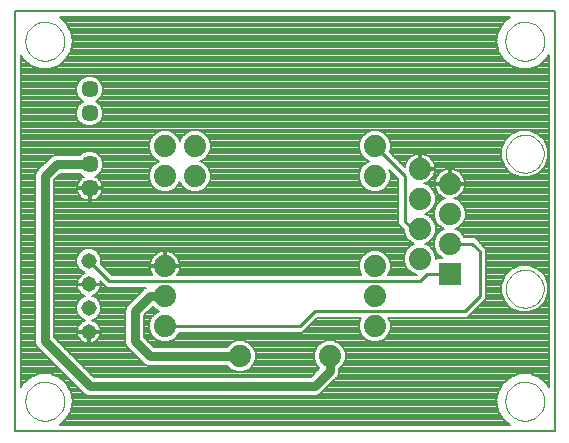
<source format=gtl>
G75*
G70*
%OFA0B0*%
%FSLAX24Y24*%
%IPPOS*%
%LPD*%
%AMOC8*
5,1,8,0,0,1.08239X$1,22.5*
%
%ADD10C,0.0080*%
%ADD11C,0.0740*%
%ADD12R,0.0740X0.0740*%
%ADD13C,0.0000*%
%ADD14C,0.0516*%
%ADD15C,0.0570*%
%ADD16C,0.0300*%
%ADD17C,0.0100*%
D10*
X004650Y010000D02*
X004650Y024000D01*
X022650Y024000D01*
X022650Y010000D01*
X004650Y010000D01*
X006143Y010200D02*
X021157Y010200D01*
X020927Y010393D01*
X020927Y010393D01*
X020763Y010677D01*
X020763Y010677D01*
X020706Y011000D01*
X020706Y011000D01*
X020763Y011323D01*
X020763Y011323D01*
X020927Y011607D01*
X020927Y011607D01*
X021178Y011818D01*
X021178Y011818D01*
X021486Y011930D01*
X021814Y011930D01*
X022122Y011818D01*
X022122Y011818D01*
X022373Y011607D01*
X022373Y011607D01*
X022450Y011474D01*
X022450Y022526D01*
X022373Y022393D01*
X022373Y022393D01*
X022122Y022182D01*
X022122Y022182D01*
X021814Y022070D01*
X021486Y022070D01*
X021178Y022182D01*
X021178Y022182D01*
X020927Y022393D01*
X020927Y022393D01*
X020763Y022677D01*
X020763Y022677D01*
X020706Y023000D01*
X020706Y023000D01*
X020763Y023323D01*
X020763Y023323D01*
X020927Y023607D01*
X020927Y023607D01*
X021157Y023800D01*
X006143Y023800D01*
X006373Y023607D01*
X006373Y023607D01*
X006537Y023323D01*
X006537Y023323D01*
X006594Y023000D01*
X006594Y023000D01*
X006537Y022677D01*
X006373Y022393D01*
X006373Y022393D01*
X006122Y022182D01*
X006122Y022182D01*
X005814Y022070D01*
X005486Y022070D01*
X005178Y022182D01*
X005178Y022182D01*
X004927Y022393D01*
X004927Y022393D01*
X004850Y022526D01*
X004850Y011474D01*
X004927Y011607D01*
X004927Y011607D01*
X005178Y011818D01*
X005178Y011818D01*
X005486Y011930D01*
X005814Y011930D01*
X006122Y011818D01*
X006122Y011818D01*
X006373Y011607D01*
X006373Y011607D01*
X006537Y011323D01*
X006537Y011323D01*
X006594Y011000D01*
X006594Y011000D01*
X006537Y010677D01*
X006537Y010677D01*
X006373Y010393D01*
X006373Y010393D01*
X006143Y010200D01*
X006186Y010236D02*
X021114Y010236D01*
X021021Y010314D02*
X006279Y010314D01*
X006373Y010393D02*
X020927Y010393D01*
X020882Y010471D02*
X006418Y010471D01*
X006373Y010393D02*
X006373Y010393D01*
X006464Y010550D02*
X020836Y010550D01*
X020791Y010628D02*
X006509Y010628D01*
X006543Y010707D02*
X020757Y010707D01*
X020744Y010785D02*
X006556Y010785D01*
X006570Y010864D02*
X020730Y010864D01*
X020716Y010942D02*
X006584Y010942D01*
X006591Y011021D02*
X020709Y011021D01*
X020723Y011099D02*
X006577Y011099D01*
X006563Y011178D02*
X020737Y011178D01*
X020751Y011256D02*
X014844Y011256D01*
X014826Y011237D02*
X015326Y011737D01*
X015413Y011824D01*
X015460Y011938D01*
X015460Y012060D01*
X015599Y012200D01*
X015680Y012395D01*
X015680Y012605D01*
X015599Y012800D01*
X015450Y012949D01*
X015255Y013030D01*
X015045Y013030D01*
X014850Y012949D01*
X014701Y012800D01*
X014620Y012605D01*
X014620Y012395D01*
X014701Y012200D01*
X014806Y012094D01*
X014522Y011810D01*
X007278Y011810D01*
X005960Y013128D01*
X005960Y018372D01*
X006172Y018584D01*
X006831Y018584D01*
X006898Y018516D01*
X006965Y018489D01*
X006927Y018470D01*
X006873Y018430D01*
X006826Y018383D01*
X006787Y018329D01*
X006756Y018269D01*
X006735Y018206D01*
X006725Y018140D01*
X006725Y018135D01*
X007121Y018135D01*
X007121Y018077D01*
X007179Y018077D01*
X007179Y017681D01*
X007183Y017681D01*
X007250Y017692D01*
X007313Y017712D01*
X007373Y017743D01*
X007427Y017782D01*
X007474Y017829D01*
X007513Y017884D01*
X007544Y017943D01*
X007565Y018007D01*
X009455Y018007D01*
X009545Y017970D02*
X009755Y017970D01*
X009950Y018051D01*
X010099Y018200D01*
X010150Y018322D01*
X010201Y018200D01*
X010350Y018051D01*
X010545Y017970D01*
X010755Y017970D01*
X010950Y018051D01*
X011099Y018200D01*
X011180Y018395D01*
X011180Y018605D01*
X011099Y018800D01*
X010950Y018949D01*
X010828Y019000D01*
X010950Y019051D01*
X011099Y019200D01*
X011180Y019395D01*
X011180Y019605D01*
X011099Y019800D01*
X010950Y019949D01*
X010755Y020030D01*
X010545Y020030D01*
X010350Y019949D01*
X010201Y019800D01*
X010150Y019678D01*
X010099Y019800D01*
X009950Y019949D01*
X009755Y020030D01*
X009545Y020030D01*
X009350Y019949D01*
X009201Y019800D01*
X009120Y019605D01*
X009120Y019395D01*
X009201Y019200D01*
X009350Y019051D01*
X009472Y019000D01*
X009350Y018949D01*
X009201Y018800D01*
X009120Y018605D01*
X009120Y018395D01*
X009201Y018200D01*
X009350Y018051D01*
X009545Y017970D01*
X009315Y018086D02*
X007179Y018086D01*
X007179Y018077D02*
X007179Y018135D01*
X007575Y018135D01*
X007575Y018140D01*
X007565Y018206D01*
X007544Y018269D01*
X007513Y018329D01*
X007474Y018383D01*
X007427Y018430D01*
X007373Y018470D01*
X007335Y018489D01*
X007402Y018516D01*
X007527Y018642D01*
X007595Y018805D01*
X007595Y018982D01*
X007527Y019146D01*
X007402Y019271D01*
X007239Y019339D01*
X007061Y019339D01*
X006898Y019271D01*
X006831Y019204D01*
X005982Y019204D01*
X005868Y019157D01*
X005781Y019069D01*
X005474Y018763D01*
X005387Y018676D01*
X005340Y018562D01*
X005340Y012938D01*
X005387Y012824D01*
X006887Y011324D01*
X006974Y011237D01*
X007088Y011190D01*
X014712Y011190D01*
X014826Y011237D01*
X014923Y011335D02*
X020769Y011335D01*
X020815Y011413D02*
X015001Y011413D01*
X015080Y011492D02*
X020860Y011492D01*
X020905Y011570D02*
X015158Y011570D01*
X015237Y011649D02*
X020976Y011649D01*
X020927Y011607D02*
X020927Y011607D01*
X021070Y011727D02*
X015315Y011727D01*
X015394Y011806D02*
X021163Y011806D01*
X021360Y011884D02*
X015437Y011884D01*
X015460Y011963D02*
X022450Y011963D01*
X022450Y012041D02*
X015460Y012041D01*
X015519Y012120D02*
X022450Y012120D01*
X022450Y012198D02*
X015598Y012198D01*
X015631Y012277D02*
X022450Y012277D01*
X022450Y012355D02*
X015664Y012355D01*
X015680Y012434D02*
X022450Y012434D01*
X022450Y012512D02*
X015680Y012512D01*
X015680Y012591D02*
X022450Y012591D01*
X022450Y012669D02*
X015654Y012669D01*
X015621Y012748D02*
X022450Y012748D01*
X022450Y012826D02*
X015574Y012826D01*
X015495Y012905D02*
X022450Y012905D01*
X022450Y012983D02*
X016787Y012983D01*
X016755Y012970D02*
X016950Y013051D01*
X017099Y013200D01*
X017180Y013395D01*
X017180Y013605D01*
X017104Y013790D01*
X019737Y013790D01*
X020237Y014290D01*
X020360Y014413D01*
X020360Y016087D01*
X019987Y016460D01*
X019637Y016460D01*
X019599Y016550D01*
X019450Y016699D01*
X019328Y016750D01*
X019450Y016801D01*
X019599Y016950D01*
X019680Y017145D01*
X019680Y017355D01*
X019599Y017550D01*
X019450Y017699D01*
X019299Y017762D01*
X019346Y017777D01*
X019417Y017814D01*
X019482Y017861D01*
X019539Y017918D01*
X019586Y017983D01*
X019623Y018054D01*
X019647Y018131D01*
X019660Y018210D01*
X019190Y018210D01*
X019190Y018290D01*
X019110Y018290D01*
X019110Y018760D01*
X019110Y018760D01*
X019031Y018747D01*
X018954Y018723D01*
X018883Y018686D01*
X018818Y018639D01*
X018761Y018582D01*
X018714Y018517D01*
X018677Y018446D01*
X018653Y018369D01*
X018640Y018290D01*
X019110Y018290D01*
X019110Y018210D01*
X018640Y018210D01*
X018640Y018210D01*
X018653Y018131D01*
X018677Y018054D01*
X018714Y017983D01*
X018761Y017918D01*
X018818Y017861D01*
X018883Y017814D01*
X018954Y017777D01*
X019001Y017762D01*
X018850Y017699D01*
X018701Y017550D01*
X018620Y017355D01*
X018620Y017145D01*
X018701Y016950D01*
X018850Y016801D01*
X018972Y016750D01*
X018850Y016699D01*
X018701Y016550D01*
X018620Y016355D01*
X018620Y016145D01*
X018701Y015950D01*
X018850Y015801D01*
X018900Y015780D01*
X018714Y015780D01*
X018680Y015746D01*
X018680Y015855D01*
X018599Y016050D01*
X018450Y016199D01*
X018328Y016250D01*
X018450Y016301D01*
X018599Y016450D01*
X018680Y016645D01*
X018680Y016855D01*
X018599Y017050D01*
X018450Y017199D01*
X018328Y017250D01*
X018450Y017301D01*
X018599Y017450D01*
X018680Y017645D01*
X018680Y017855D01*
X018599Y018050D01*
X018450Y018199D01*
X018299Y018262D01*
X018346Y018277D01*
X018417Y018314D01*
X018482Y018361D01*
X018539Y018418D01*
X018586Y018483D01*
X018623Y018554D01*
X018647Y018631D01*
X018660Y018710D01*
X018190Y018710D01*
X018190Y018790D01*
X018110Y018790D01*
X018110Y019260D01*
X018110Y019260D01*
X018031Y019247D01*
X017954Y019223D01*
X017883Y019186D01*
X017818Y019139D01*
X017761Y019082D01*
X017714Y019017D01*
X017677Y018946D01*
X017653Y018869D01*
X017642Y018805D01*
X017143Y019304D01*
X017180Y019395D01*
X017180Y019605D01*
X017099Y019800D01*
X016950Y019949D01*
X016755Y020030D01*
X016545Y020030D01*
X016350Y019949D01*
X016201Y019800D01*
X016120Y019605D01*
X016120Y019395D01*
X016201Y019200D01*
X016350Y019051D01*
X016472Y019000D01*
X016350Y018949D01*
X016201Y018800D01*
X016120Y018605D01*
X016120Y018395D01*
X016201Y018200D01*
X016350Y018051D01*
X016545Y017970D01*
X016755Y017970D01*
X016950Y018051D01*
X017099Y018200D01*
X017180Y018395D01*
X017180Y018605D01*
X017132Y018721D01*
X017440Y018413D01*
X017440Y016913D01*
X017563Y016790D01*
X017620Y016733D01*
X017620Y016645D01*
X017701Y016450D01*
X017850Y016301D01*
X017972Y016250D01*
X017850Y016199D01*
X017701Y016050D01*
X017620Y015855D01*
X017620Y015645D01*
X017701Y015450D01*
X017850Y015301D01*
X018045Y015220D01*
X018073Y015220D01*
X018063Y015210D01*
X017104Y015210D01*
X017180Y015395D01*
X017180Y015605D01*
X017099Y015800D01*
X016950Y015949D01*
X016755Y016030D01*
X016545Y016030D01*
X016350Y015949D01*
X016201Y015800D01*
X016120Y015605D01*
X016120Y015395D01*
X016196Y015210D01*
X010070Y015210D01*
X010086Y015233D01*
X010123Y015304D01*
X010147Y015381D01*
X010160Y015460D01*
X009690Y015460D01*
X009690Y015540D01*
X009610Y015540D01*
X009610Y016010D01*
X009610Y016010D01*
X009531Y015997D01*
X009454Y015973D01*
X009383Y015936D01*
X009318Y015889D01*
X009261Y015832D01*
X009214Y015767D01*
X009177Y015696D01*
X009153Y015619D01*
X009140Y015540D01*
X009610Y015540D01*
X009610Y015460D01*
X009140Y015460D01*
X009140Y015460D01*
X009153Y015381D01*
X009177Y015304D01*
X009214Y015233D01*
X009230Y015210D01*
X007887Y015210D01*
X007525Y015571D01*
X007536Y015598D01*
X007536Y015764D01*
X007473Y015918D01*
X007355Y016035D01*
X007202Y016099D01*
X007035Y016099D01*
X006882Y016035D01*
X006764Y015918D01*
X006701Y015764D01*
X006701Y015598D01*
X006764Y015444D01*
X006882Y015327D01*
X007004Y015276D01*
X007002Y015276D01*
X006930Y015246D01*
X006865Y015203D01*
X006810Y015147D01*
X006766Y015082D01*
X006736Y015010D01*
X006721Y014933D01*
X006721Y014923D01*
X007090Y014923D01*
X007090Y014865D01*
X006721Y014865D01*
X006721Y014855D01*
X006736Y014778D01*
X006766Y014705D01*
X006810Y014640D01*
X006865Y014585D01*
X006930Y014541D01*
X007002Y014511D01*
X007004Y014511D01*
X006882Y014460D01*
X006764Y014343D01*
X006701Y014189D01*
X006701Y014023D01*
X006764Y013870D01*
X006882Y013752D01*
X007004Y013702D01*
X007002Y013701D01*
X006930Y013671D01*
X006865Y013628D01*
X006810Y013572D01*
X006766Y013507D01*
X006736Y013435D01*
X006721Y013358D01*
X006721Y013348D01*
X007090Y013348D01*
X007090Y013290D01*
X007147Y013290D01*
X007147Y012921D01*
X007158Y012921D01*
X007235Y012936D01*
X007307Y012966D01*
X007372Y013010D01*
X007427Y013065D01*
X007471Y013130D01*
X007501Y013203D01*
X007516Y013280D01*
X007516Y013290D01*
X007147Y013290D01*
X007147Y013348D01*
X007516Y013348D01*
X007516Y013358D01*
X007501Y013435D01*
X007471Y013507D01*
X007427Y013572D01*
X007372Y013628D01*
X007307Y013671D01*
X007235Y013701D01*
X007233Y013702D01*
X007355Y013752D01*
X007473Y013870D01*
X007536Y014023D01*
X007536Y014189D01*
X007473Y014343D01*
X007355Y014460D01*
X007233Y014511D01*
X007235Y014511D01*
X007307Y014541D01*
X007372Y014585D01*
X007427Y014640D01*
X007471Y014705D01*
X007501Y014778D01*
X007516Y014855D01*
X007516Y014865D01*
X007147Y014865D01*
X007147Y014923D01*
X007516Y014923D01*
X007516Y014933D01*
X007503Y015000D01*
X007713Y014790D01*
X009040Y014790D01*
X008974Y014763D01*
X008887Y014676D01*
X008387Y014176D01*
X008340Y014062D01*
X008340Y012938D01*
X008387Y012824D01*
X008474Y012737D01*
X008974Y012237D01*
X009088Y012190D01*
X011710Y012190D01*
X011850Y012051D01*
X012045Y011970D01*
X012255Y011970D01*
X012450Y012051D01*
X012599Y012200D01*
X012680Y012395D01*
X012680Y012605D01*
X012599Y012800D01*
X012450Y012949D01*
X012255Y013030D01*
X012045Y013030D01*
X011850Y012949D01*
X011710Y012810D01*
X009278Y012810D01*
X008960Y013128D01*
X008960Y013872D01*
X009244Y014156D01*
X009350Y014051D01*
X009472Y014000D01*
X009350Y013949D01*
X009201Y013800D01*
X009120Y013605D01*
X009120Y013395D01*
X009201Y013200D01*
X009350Y013051D01*
X009545Y012970D01*
X009755Y012970D01*
X009950Y013051D01*
X010099Y013200D01*
X010137Y013290D01*
X014237Y013290D01*
X014737Y013790D01*
X016196Y013790D01*
X016120Y013605D01*
X016120Y013395D01*
X016201Y013200D01*
X016350Y013051D01*
X016545Y012970D01*
X016755Y012970D01*
X016961Y013062D02*
X022450Y013062D01*
X022450Y013140D02*
X017040Y013140D01*
X017107Y013219D02*
X022450Y013219D01*
X022450Y013297D02*
X017140Y013297D01*
X017172Y013376D02*
X022450Y013376D01*
X022450Y013454D02*
X017180Y013454D01*
X017180Y013533D02*
X022450Y013533D01*
X022450Y013611D02*
X017178Y013611D01*
X017145Y013690D02*
X022450Y013690D01*
X022450Y013768D02*
X017113Y013768D01*
X016187Y013768D02*
X014715Y013768D01*
X014636Y013690D02*
X016155Y013690D01*
X016122Y013611D02*
X014558Y013611D01*
X014479Y013533D02*
X016120Y013533D01*
X016120Y013454D02*
X014401Y013454D01*
X014322Y013376D02*
X016128Y013376D01*
X016160Y013297D02*
X014244Y013297D01*
X014726Y012826D02*
X012574Y012826D01*
X012621Y012748D02*
X014679Y012748D01*
X014646Y012669D02*
X012654Y012669D01*
X012680Y012591D02*
X014620Y012591D01*
X014620Y012512D02*
X012680Y012512D01*
X012680Y012434D02*
X014620Y012434D01*
X014636Y012355D02*
X012664Y012355D01*
X012631Y012277D02*
X014669Y012277D01*
X014702Y012198D02*
X012598Y012198D01*
X012519Y012120D02*
X014781Y012120D01*
X014753Y012041D02*
X012427Y012041D01*
X011873Y012041D02*
X007047Y012041D01*
X006969Y012120D02*
X011781Y012120D01*
X011726Y012826D02*
X009262Y012826D01*
X009184Y012905D02*
X011805Y012905D01*
X011931Y012983D02*
X009787Y012983D01*
X009961Y013062D02*
X016339Y013062D01*
X016260Y013140D02*
X010040Y013140D01*
X010107Y013219D02*
X016193Y013219D01*
X016513Y012983D02*
X015369Y012983D01*
X014931Y012983D02*
X012369Y012983D01*
X012495Y012905D02*
X014805Y012905D01*
X014674Y011963D02*
X007126Y011963D01*
X007204Y011884D02*
X014596Y011884D01*
X009513Y012983D02*
X009105Y012983D01*
X009027Y013062D02*
X009339Y013062D01*
X009260Y013140D02*
X008960Y013140D01*
X008960Y013219D02*
X009193Y013219D01*
X009160Y013297D02*
X008960Y013297D01*
X008960Y013376D02*
X009128Y013376D01*
X009120Y013454D02*
X008960Y013454D01*
X008960Y013533D02*
X009120Y013533D01*
X009122Y013611D02*
X008960Y013611D01*
X008960Y013690D02*
X009155Y013690D01*
X009187Y013768D02*
X008960Y013768D01*
X008960Y013847D02*
X009247Y013847D01*
X009325Y013925D02*
X009013Y013925D01*
X009092Y014004D02*
X009464Y014004D01*
X009318Y014082D02*
X009170Y014082D01*
X008529Y014318D02*
X007483Y014318D01*
X007516Y014239D02*
X008451Y014239D01*
X008381Y014161D02*
X007536Y014161D01*
X007536Y014082D02*
X008348Y014082D01*
X008340Y014004D02*
X007528Y014004D01*
X007496Y013925D02*
X008340Y013925D01*
X008340Y013847D02*
X007450Y013847D01*
X007371Y013768D02*
X008340Y013768D01*
X008340Y013690D02*
X007263Y013690D01*
X007389Y013611D02*
X008340Y013611D01*
X008340Y013533D02*
X007454Y013533D01*
X007493Y013454D02*
X008340Y013454D01*
X008340Y013376D02*
X007513Y013376D01*
X007504Y013219D02*
X008340Y013219D01*
X008340Y013297D02*
X007147Y013297D01*
X007090Y013297D02*
X005960Y013297D01*
X005960Y013219D02*
X006733Y013219D01*
X006736Y013203D02*
X006766Y013130D01*
X006810Y013065D01*
X006865Y013010D01*
X006930Y012966D01*
X007002Y012936D01*
X007079Y012921D01*
X007090Y012921D01*
X007090Y013290D01*
X006721Y013290D01*
X006721Y013280D01*
X006736Y013203D01*
X006762Y013140D02*
X005960Y013140D01*
X006027Y013062D02*
X006813Y013062D01*
X006905Y012983D02*
X006105Y012983D01*
X006184Y012905D02*
X008354Y012905D01*
X008340Y012983D02*
X007332Y012983D01*
X007424Y013062D02*
X008340Y013062D01*
X008340Y013140D02*
X007475Y013140D01*
X007147Y013140D02*
X007090Y013140D01*
X007090Y013062D02*
X007147Y013062D01*
X007147Y012983D02*
X007090Y012983D01*
X007090Y013219D02*
X007147Y013219D01*
X006724Y013376D02*
X005960Y013376D01*
X005960Y013454D02*
X006744Y013454D01*
X006783Y013533D02*
X005960Y013533D01*
X005960Y013611D02*
X006848Y013611D01*
X006974Y013690D02*
X005960Y013690D01*
X005960Y013768D02*
X006866Y013768D01*
X006787Y013847D02*
X005960Y013847D01*
X005960Y013925D02*
X006741Y013925D01*
X006709Y014004D02*
X005960Y014004D01*
X005960Y014082D02*
X006701Y014082D01*
X006701Y014161D02*
X005960Y014161D01*
X005960Y014239D02*
X006721Y014239D01*
X006754Y014318D02*
X005960Y014318D01*
X005960Y014396D02*
X006817Y014396D01*
X006916Y014475D02*
X005960Y014475D01*
X005960Y014553D02*
X006912Y014553D01*
X006818Y014632D02*
X005960Y014632D01*
X005960Y014710D02*
X006764Y014710D01*
X006734Y014789D02*
X005960Y014789D01*
X005960Y014867D02*
X007090Y014867D01*
X007147Y014867D02*
X007636Y014867D01*
X007557Y014946D02*
X007514Y014946D01*
X007503Y014789D02*
X009036Y014789D01*
X008922Y014710D02*
X007473Y014710D01*
X007419Y014632D02*
X008843Y014632D01*
X008765Y014553D02*
X007325Y014553D01*
X007321Y014475D02*
X008686Y014475D01*
X008608Y014396D02*
X007420Y014396D01*
X006723Y014946D02*
X005960Y014946D01*
X005960Y015024D02*
X006742Y015024D01*
X006780Y015103D02*
X005960Y015103D01*
X005960Y015181D02*
X006843Y015181D01*
X006962Y015260D02*
X005960Y015260D01*
X005960Y015338D02*
X006871Y015338D01*
X006792Y015417D02*
X005960Y015417D01*
X005960Y015495D02*
X006743Y015495D01*
X006711Y015574D02*
X005960Y015574D01*
X005960Y015652D02*
X006701Y015652D01*
X006701Y015731D02*
X005960Y015731D01*
X005960Y015809D02*
X006719Y015809D01*
X006752Y015888D02*
X005960Y015888D01*
X005960Y015966D02*
X006813Y015966D01*
X006904Y016045D02*
X005960Y016045D01*
X005960Y016123D02*
X017773Y016123D01*
X017698Y016045D02*
X007333Y016045D01*
X007424Y015966D02*
X009441Y015966D01*
X009316Y015888D02*
X007485Y015888D01*
X007518Y015809D02*
X009244Y015809D01*
X009195Y015731D02*
X007536Y015731D01*
X007536Y015652D02*
X009163Y015652D01*
X009145Y015574D02*
X007526Y015574D01*
X007602Y015495D02*
X009610Y015495D01*
X009610Y015574D02*
X009690Y015574D01*
X009690Y015540D02*
X009690Y016010D01*
X009690Y016010D01*
X009769Y015997D01*
X009846Y015973D01*
X009917Y015936D01*
X009982Y015889D01*
X010039Y015832D01*
X010086Y015767D01*
X010123Y015696D01*
X010147Y015619D01*
X010160Y015540D01*
X010160Y015540D01*
X009690Y015540D01*
X009690Y015495D02*
X016120Y015495D01*
X016120Y015417D02*
X010153Y015417D01*
X010160Y015460D02*
X010160Y015460D01*
X010155Y015574D02*
X016120Y015574D01*
X016139Y015652D02*
X010137Y015652D01*
X010105Y015731D02*
X016172Y015731D01*
X016209Y015809D02*
X010056Y015809D01*
X009984Y015888D02*
X016288Y015888D01*
X016390Y015966D02*
X009859Y015966D01*
X009690Y015966D02*
X009610Y015966D01*
X009610Y015888D02*
X009690Y015888D01*
X009690Y015809D02*
X009610Y015809D01*
X009610Y015731D02*
X009690Y015731D01*
X009690Y015652D02*
X009610Y015652D01*
X009140Y015540D02*
X009140Y015540D01*
X009147Y015417D02*
X007680Y015417D01*
X007759Y015338D02*
X009166Y015338D01*
X009200Y015260D02*
X007837Y015260D01*
X005960Y016202D02*
X017855Y016202D01*
X017900Y016280D02*
X005960Y016280D01*
X005960Y016359D02*
X017792Y016359D01*
X017713Y016437D02*
X005960Y016437D01*
X005960Y016516D02*
X017673Y016516D01*
X017641Y016594D02*
X005960Y016594D01*
X005960Y016673D02*
X017620Y016673D01*
X017602Y016751D02*
X005960Y016751D01*
X005960Y016830D02*
X017523Y016830D01*
X017445Y016908D02*
X005960Y016908D01*
X005960Y016987D02*
X017440Y016987D01*
X017440Y017065D02*
X005960Y017065D01*
X005960Y017144D02*
X017440Y017144D01*
X017440Y017222D02*
X005960Y017222D01*
X005960Y017301D02*
X017440Y017301D01*
X017440Y017379D02*
X005960Y017379D01*
X005960Y017458D02*
X017440Y017458D01*
X017440Y017536D02*
X005960Y017536D01*
X005960Y017615D02*
X017440Y017615D01*
X017440Y017693D02*
X007253Y017693D01*
X007179Y017693D02*
X007121Y017693D01*
X007121Y017681D02*
X007121Y018077D01*
X006725Y018077D01*
X006725Y018073D01*
X006735Y018007D01*
X005960Y018007D01*
X005960Y017929D02*
X006764Y017929D01*
X006756Y017943D02*
X006787Y017884D01*
X006826Y017829D01*
X006873Y017782D01*
X006927Y017743D01*
X006987Y017712D01*
X007050Y017692D01*
X007117Y017681D01*
X007121Y017681D01*
X007047Y017693D02*
X005960Y017693D01*
X005960Y017772D02*
X006888Y017772D01*
X006811Y017850D02*
X005960Y017850D01*
X005960Y018086D02*
X007121Y018086D01*
X007179Y018077D02*
X007575Y018077D01*
X007575Y018073D01*
X007565Y018007D01*
X007536Y017929D02*
X017440Y017929D01*
X017440Y018007D02*
X016845Y018007D01*
X016985Y018086D02*
X017440Y018086D01*
X017440Y018164D02*
X017064Y018164D01*
X017117Y018243D02*
X017440Y018243D01*
X017440Y018321D02*
X017150Y018321D01*
X017180Y018400D02*
X017440Y018400D01*
X017375Y018478D02*
X017180Y018478D01*
X017180Y018557D02*
X017296Y018557D01*
X017218Y018635D02*
X017168Y018635D01*
X017139Y018714D02*
X017135Y018714D01*
X017498Y018949D02*
X017679Y018949D01*
X017653Y018871D02*
X017576Y018871D01*
X017721Y019028D02*
X017419Y019028D01*
X017341Y019106D02*
X017785Y019106D01*
X017880Y019185D02*
X017262Y019185D01*
X017184Y019263D02*
X020860Y019263D01*
X020860Y019185D02*
X018420Y019185D01*
X018417Y019186D02*
X018346Y019223D01*
X018269Y019247D01*
X018190Y019260D01*
X018190Y018790D01*
X018660Y018790D01*
X018660Y018790D01*
X018647Y018869D01*
X018623Y018946D01*
X018586Y019017D01*
X018539Y019082D01*
X018482Y019139D01*
X018417Y019186D01*
X018515Y019106D02*
X020860Y019106D01*
X020860Y019093D02*
X020980Y018803D01*
X021203Y018580D01*
X021493Y018460D01*
X021807Y018460D01*
X022097Y018580D01*
X022320Y018803D01*
X022440Y019093D01*
X022440Y019407D01*
X022320Y019697D01*
X022097Y019920D01*
X021807Y020040D01*
X021493Y020040D01*
X021203Y019920D01*
X020980Y019697D01*
X020860Y019407D01*
X020860Y019093D01*
X020887Y019028D02*
X018579Y019028D01*
X018621Y018949D02*
X020920Y018949D01*
X020952Y018871D02*
X018647Y018871D01*
X018660Y018792D02*
X020991Y018792D01*
X021069Y018714D02*
X019364Y018714D01*
X019346Y018723D02*
X019269Y018747D01*
X019190Y018760D01*
X019190Y018290D01*
X019660Y018290D01*
X019660Y018290D01*
X019647Y018369D01*
X019623Y018446D01*
X019586Y018517D01*
X019539Y018582D01*
X019482Y018639D01*
X019417Y018686D01*
X019346Y018723D01*
X019190Y018714D02*
X019110Y018714D01*
X019110Y018635D02*
X019190Y018635D01*
X019190Y018557D02*
X019110Y018557D01*
X019110Y018478D02*
X019190Y018478D01*
X019190Y018400D02*
X019110Y018400D01*
X019110Y018321D02*
X019190Y018321D01*
X019190Y018243D02*
X022450Y018243D01*
X022450Y018321D02*
X019655Y018321D01*
X019638Y018400D02*
X022450Y018400D01*
X022450Y018478D02*
X021850Y018478D01*
X022040Y018557D02*
X022450Y018557D01*
X022450Y018635D02*
X022152Y018635D01*
X022231Y018714D02*
X022450Y018714D01*
X022450Y018792D02*
X022309Y018792D01*
X022348Y018871D02*
X022450Y018871D01*
X022450Y018949D02*
X022380Y018949D01*
X022413Y019028D02*
X022450Y019028D01*
X022440Y019106D02*
X022450Y019106D01*
X022440Y019185D02*
X022450Y019185D01*
X022440Y019263D02*
X022450Y019263D01*
X022440Y019342D02*
X022450Y019342D01*
X022450Y019420D02*
X022435Y019420D01*
X022450Y019499D02*
X022402Y019499D01*
X022370Y019577D02*
X022450Y019577D01*
X022450Y019656D02*
X022337Y019656D01*
X022283Y019734D02*
X022450Y019734D01*
X022450Y019813D02*
X022205Y019813D01*
X022126Y019891D02*
X022450Y019891D01*
X022450Y019970D02*
X021977Y019970D01*
X022450Y020048D02*
X004850Y020048D01*
X004850Y019970D02*
X009399Y019970D01*
X009291Y019891D02*
X004850Y019891D01*
X004850Y019813D02*
X009213Y019813D01*
X009173Y019734D02*
X004850Y019734D01*
X004850Y019656D02*
X009141Y019656D01*
X009120Y019577D02*
X004850Y019577D01*
X004850Y019499D02*
X009120Y019499D01*
X009120Y019420D02*
X004850Y019420D01*
X004850Y019342D02*
X009142Y019342D01*
X009174Y019263D02*
X007410Y019263D01*
X007488Y019185D02*
X009216Y019185D01*
X009294Y019106D02*
X007544Y019106D01*
X007576Y019028D02*
X009406Y019028D01*
X009349Y018949D02*
X007595Y018949D01*
X007595Y018871D02*
X009271Y018871D01*
X009197Y018792D02*
X007590Y018792D01*
X007557Y018714D02*
X009165Y018714D01*
X009132Y018635D02*
X007521Y018635D01*
X007442Y018557D02*
X009120Y018557D01*
X009120Y018478D02*
X007357Y018478D01*
X007458Y018400D02*
X009120Y018400D01*
X009150Y018321D02*
X007518Y018321D01*
X007553Y018243D02*
X009183Y018243D01*
X009236Y018164D02*
X007571Y018164D01*
X007489Y017850D02*
X017440Y017850D01*
X017440Y017772D02*
X007412Y017772D01*
X007179Y017772D02*
X007121Y017772D01*
X007121Y017850D02*
X007179Y017850D01*
X007179Y017929D02*
X007121Y017929D01*
X007121Y018007D02*
X007179Y018007D01*
X006756Y017943D02*
X006735Y018007D01*
X006729Y018164D02*
X005960Y018164D01*
X005960Y018243D02*
X006747Y018243D01*
X006782Y018321D02*
X005960Y018321D01*
X005988Y018400D02*
X006842Y018400D01*
X006943Y018478D02*
X006066Y018478D01*
X006145Y018557D02*
X006858Y018557D01*
X005936Y019185D02*
X004850Y019185D01*
X004850Y019263D02*
X006890Y019263D01*
X007061Y020161D02*
X007239Y020161D01*
X007402Y020229D01*
X007527Y020354D01*
X007595Y020518D01*
X007595Y020695D01*
X007527Y020858D01*
X007402Y020984D01*
X007362Y021000D01*
X007402Y021016D01*
X007527Y021142D01*
X007595Y021305D01*
X007595Y021482D01*
X007527Y021646D01*
X007402Y021771D01*
X007239Y021839D01*
X007061Y021839D01*
X006898Y021771D01*
X006773Y021646D01*
X006705Y021482D01*
X006705Y021305D01*
X006773Y021142D01*
X006898Y021016D01*
X006938Y021000D01*
X006898Y020984D01*
X006773Y020858D01*
X006705Y020695D01*
X006705Y020518D01*
X006773Y020354D01*
X006898Y020229D01*
X007061Y020161D01*
X006956Y020205D02*
X004850Y020205D01*
X004850Y020127D02*
X022450Y020127D01*
X022450Y020205D02*
X007344Y020205D01*
X007457Y020284D02*
X022450Y020284D01*
X022450Y020362D02*
X007530Y020362D01*
X007563Y020441D02*
X022450Y020441D01*
X022450Y020519D02*
X007595Y020519D01*
X007595Y020598D02*
X022450Y020598D01*
X022450Y020676D02*
X007595Y020676D01*
X007570Y020755D02*
X022450Y020755D01*
X022450Y020833D02*
X007538Y020833D01*
X007474Y020912D02*
X022450Y020912D01*
X022450Y020990D02*
X007386Y020990D01*
X007454Y021069D02*
X022450Y021069D01*
X022450Y021147D02*
X007529Y021147D01*
X007562Y021226D02*
X022450Y021226D01*
X022450Y021304D02*
X007595Y021304D01*
X007595Y021383D02*
X022450Y021383D01*
X022450Y021461D02*
X007595Y021461D01*
X007571Y021540D02*
X022450Y021540D01*
X022450Y021618D02*
X007539Y021618D01*
X007476Y021697D02*
X022450Y021697D01*
X022450Y021775D02*
X007392Y021775D01*
X006908Y021775D02*
X004850Y021775D01*
X004850Y021697D02*
X006824Y021697D01*
X006761Y021618D02*
X004850Y021618D01*
X004850Y021540D02*
X006729Y021540D01*
X006705Y021461D02*
X004850Y021461D01*
X004850Y021383D02*
X006705Y021383D01*
X006705Y021304D02*
X004850Y021304D01*
X004850Y021226D02*
X006738Y021226D01*
X006771Y021147D02*
X004850Y021147D01*
X004850Y021069D02*
X006846Y021069D01*
X006914Y020990D02*
X004850Y020990D01*
X004850Y020912D02*
X006826Y020912D01*
X006762Y020833D02*
X004850Y020833D01*
X004850Y020755D02*
X006730Y020755D01*
X006705Y020676D02*
X004850Y020676D01*
X004850Y020598D02*
X006705Y020598D01*
X006705Y020519D02*
X004850Y020519D01*
X004850Y020441D02*
X006737Y020441D01*
X006770Y020362D02*
X004850Y020362D01*
X004850Y020284D02*
X006843Y020284D01*
X005818Y019106D02*
X004850Y019106D01*
X004850Y019028D02*
X005739Y019028D01*
X005781Y019069D02*
X005781Y019069D01*
X005661Y018949D02*
X004850Y018949D01*
X004850Y018871D02*
X005582Y018871D01*
X005504Y018792D02*
X004850Y018792D01*
X004850Y018714D02*
X005425Y018714D01*
X005474Y018763D02*
X005474Y018763D01*
X005370Y018635D02*
X004850Y018635D01*
X004850Y018557D02*
X005340Y018557D01*
X005340Y018478D02*
X004850Y018478D01*
X004850Y018400D02*
X005340Y018400D01*
X005340Y018321D02*
X004850Y018321D01*
X004850Y018243D02*
X005340Y018243D01*
X005340Y018164D02*
X004850Y018164D01*
X004850Y018086D02*
X005340Y018086D01*
X005340Y018007D02*
X004850Y018007D01*
X004850Y017929D02*
X005340Y017929D01*
X005340Y017850D02*
X004850Y017850D01*
X004850Y017772D02*
X005340Y017772D01*
X005340Y017693D02*
X004850Y017693D01*
X004850Y017615D02*
X005340Y017615D01*
X005340Y017536D02*
X004850Y017536D01*
X004850Y017458D02*
X005340Y017458D01*
X005340Y017379D02*
X004850Y017379D01*
X004850Y017301D02*
X005340Y017301D01*
X005340Y017222D02*
X004850Y017222D01*
X004850Y017144D02*
X005340Y017144D01*
X005340Y017065D02*
X004850Y017065D01*
X004850Y016987D02*
X005340Y016987D01*
X005340Y016908D02*
X004850Y016908D01*
X004850Y016830D02*
X005340Y016830D01*
X005340Y016751D02*
X004850Y016751D01*
X004850Y016673D02*
X005340Y016673D01*
X005340Y016594D02*
X004850Y016594D01*
X004850Y016516D02*
X005340Y016516D01*
X005340Y016437D02*
X004850Y016437D01*
X004850Y016359D02*
X005340Y016359D01*
X005340Y016280D02*
X004850Y016280D01*
X004850Y016202D02*
X005340Y016202D01*
X005340Y016123D02*
X004850Y016123D01*
X004850Y016045D02*
X005340Y016045D01*
X005340Y015966D02*
X004850Y015966D01*
X004850Y015888D02*
X005340Y015888D01*
X005340Y015809D02*
X004850Y015809D01*
X004850Y015731D02*
X005340Y015731D01*
X005340Y015652D02*
X004850Y015652D01*
X004850Y015574D02*
X005340Y015574D01*
X005340Y015495D02*
X004850Y015495D01*
X004850Y015417D02*
X005340Y015417D01*
X005340Y015338D02*
X004850Y015338D01*
X004850Y015260D02*
X005340Y015260D01*
X005340Y015181D02*
X004850Y015181D01*
X004850Y015103D02*
X005340Y015103D01*
X005340Y015024D02*
X004850Y015024D01*
X004850Y014946D02*
X005340Y014946D01*
X005340Y014867D02*
X004850Y014867D01*
X004850Y014789D02*
X005340Y014789D01*
X005340Y014710D02*
X004850Y014710D01*
X004850Y014632D02*
X005340Y014632D01*
X005340Y014553D02*
X004850Y014553D01*
X004850Y014475D02*
X005340Y014475D01*
X005340Y014396D02*
X004850Y014396D01*
X004850Y014318D02*
X005340Y014318D01*
X005340Y014239D02*
X004850Y014239D01*
X004850Y014161D02*
X005340Y014161D01*
X005340Y014082D02*
X004850Y014082D01*
X004850Y014004D02*
X005340Y014004D01*
X005340Y013925D02*
X004850Y013925D01*
X004850Y013847D02*
X005340Y013847D01*
X005340Y013768D02*
X004850Y013768D01*
X004850Y013690D02*
X005340Y013690D01*
X005340Y013611D02*
X004850Y013611D01*
X004850Y013533D02*
X005340Y013533D01*
X005340Y013454D02*
X004850Y013454D01*
X004850Y013376D02*
X005340Y013376D01*
X005340Y013297D02*
X004850Y013297D01*
X004850Y013219D02*
X005340Y013219D01*
X005340Y013140D02*
X004850Y013140D01*
X004850Y013062D02*
X005340Y013062D01*
X005340Y012983D02*
X004850Y012983D01*
X004850Y012905D02*
X005354Y012905D01*
X005387Y012826D02*
X004850Y012826D01*
X004850Y012748D02*
X005464Y012748D01*
X005543Y012669D02*
X004850Y012669D01*
X004850Y012591D02*
X005621Y012591D01*
X005700Y012512D02*
X004850Y012512D01*
X004850Y012434D02*
X005778Y012434D01*
X005857Y012355D02*
X004850Y012355D01*
X004850Y012277D02*
X005935Y012277D01*
X006014Y012198D02*
X004850Y012198D01*
X004850Y012120D02*
X006092Y012120D01*
X006171Y012041D02*
X004850Y012041D01*
X004850Y011963D02*
X006249Y011963D01*
X006328Y011884D02*
X005940Y011884D01*
X006137Y011806D02*
X006406Y011806D01*
X006485Y011727D02*
X006230Y011727D01*
X006324Y011649D02*
X006563Y011649D01*
X006642Y011570D02*
X006395Y011570D01*
X006440Y011492D02*
X006720Y011492D01*
X006799Y011413D02*
X006485Y011413D01*
X006531Y011335D02*
X006877Y011335D01*
X006887Y011324D02*
X006887Y011324D01*
X006956Y011256D02*
X006549Y011256D01*
X005360Y011884D02*
X004850Y011884D01*
X004850Y011806D02*
X005163Y011806D01*
X005070Y011727D02*
X004850Y011727D01*
X004850Y011649D02*
X004976Y011649D01*
X004927Y011607D02*
X004927Y011607D01*
X004905Y011570D02*
X004850Y011570D01*
X004850Y011492D02*
X004860Y011492D01*
X006576Y012512D02*
X008700Y012512D01*
X008778Y012434D02*
X006655Y012434D01*
X006733Y012355D02*
X008857Y012355D01*
X008935Y012277D02*
X006812Y012277D01*
X006890Y012198D02*
X009069Y012198D01*
X008621Y012591D02*
X006498Y012591D01*
X006419Y012669D02*
X008543Y012669D01*
X008464Y012748D02*
X006341Y012748D01*
X006262Y012826D02*
X008387Y012826D01*
X010100Y015260D02*
X016176Y015260D01*
X016143Y015338D02*
X010134Y015338D01*
X009845Y018007D02*
X010455Y018007D01*
X010315Y018086D02*
X009985Y018086D01*
X010064Y018164D02*
X010236Y018164D01*
X010183Y018243D02*
X010117Y018243D01*
X010150Y018321D02*
X010150Y018321D01*
X010845Y018007D02*
X016455Y018007D01*
X016315Y018086D02*
X010985Y018086D01*
X011064Y018164D02*
X016236Y018164D01*
X016183Y018243D02*
X011117Y018243D01*
X011150Y018321D02*
X016150Y018321D01*
X016120Y018400D02*
X011180Y018400D01*
X011180Y018478D02*
X016120Y018478D01*
X016120Y018557D02*
X011180Y018557D01*
X011168Y018635D02*
X016132Y018635D01*
X016165Y018714D02*
X011135Y018714D01*
X011103Y018792D02*
X016197Y018792D01*
X016271Y018871D02*
X011029Y018871D01*
X010951Y018949D02*
X016349Y018949D01*
X016406Y019028D02*
X010894Y019028D01*
X011006Y019106D02*
X016294Y019106D01*
X016216Y019185D02*
X011084Y019185D01*
X011126Y019263D02*
X016174Y019263D01*
X016142Y019342D02*
X011158Y019342D01*
X011180Y019420D02*
X016120Y019420D01*
X016120Y019499D02*
X011180Y019499D01*
X011180Y019577D02*
X016120Y019577D01*
X016141Y019656D02*
X011159Y019656D01*
X011127Y019734D02*
X016173Y019734D01*
X016213Y019813D02*
X011087Y019813D01*
X011009Y019891D02*
X016291Y019891D01*
X016399Y019970D02*
X010901Y019970D01*
X010399Y019970D02*
X009901Y019970D01*
X010009Y019891D02*
X010291Y019891D01*
X010213Y019813D02*
X010087Y019813D01*
X010127Y019734D02*
X010173Y019734D01*
X006198Y022246D02*
X021102Y022246D01*
X021008Y022325D02*
X006292Y022325D01*
X006379Y022403D02*
X020921Y022403D01*
X020875Y022482D02*
X006425Y022482D01*
X006470Y022560D02*
X020830Y022560D01*
X020785Y022639D02*
X006515Y022639D01*
X006544Y022717D02*
X020756Y022717D01*
X020742Y022796D02*
X006558Y022796D01*
X006572Y022874D02*
X020728Y022874D01*
X020714Y022953D02*
X006586Y022953D01*
X006589Y023031D02*
X020711Y023031D01*
X020725Y023110D02*
X006575Y023110D01*
X006561Y023188D02*
X020739Y023188D01*
X020753Y023267D02*
X006547Y023267D01*
X006525Y023345D02*
X020775Y023345D01*
X020821Y023424D02*
X006479Y023424D01*
X006434Y023502D02*
X020866Y023502D01*
X020911Y023581D02*
X006389Y023581D01*
X006311Y023659D02*
X020989Y023659D01*
X021082Y023738D02*
X006218Y023738D01*
X004875Y022482D02*
X004850Y022482D01*
X004850Y022403D02*
X004921Y022403D01*
X004850Y022325D02*
X005008Y022325D01*
X005102Y022246D02*
X004850Y022246D01*
X004850Y022168D02*
X005218Y022168D01*
X005434Y022089D02*
X004850Y022089D01*
X004850Y022011D02*
X022450Y022011D01*
X022450Y022089D02*
X021866Y022089D01*
X022082Y022168D02*
X022450Y022168D01*
X022450Y022246D02*
X022198Y022246D01*
X022292Y022325D02*
X022450Y022325D01*
X022450Y022403D02*
X022379Y022403D01*
X022373Y022393D02*
X022373Y022393D01*
X022425Y022482D02*
X022450Y022482D01*
X022450Y021932D02*
X004850Y021932D01*
X004850Y021854D02*
X022450Y021854D01*
X021434Y022089D02*
X005866Y022089D01*
X006082Y022168D02*
X021218Y022168D01*
X021323Y019970D02*
X016901Y019970D01*
X017009Y019891D02*
X021174Y019891D01*
X021095Y019813D02*
X017087Y019813D01*
X017127Y019734D02*
X021017Y019734D01*
X020963Y019656D02*
X017159Y019656D01*
X017180Y019577D02*
X020930Y019577D01*
X020898Y019499D02*
X017180Y019499D01*
X017180Y019420D02*
X020865Y019420D01*
X020860Y019342D02*
X017158Y019342D01*
X018110Y019185D02*
X018190Y019185D01*
X018190Y019260D02*
X018190Y019260D01*
X018190Y019106D02*
X018110Y019106D01*
X018110Y019028D02*
X018190Y019028D01*
X018190Y018949D02*
X018110Y018949D01*
X018110Y018871D02*
X018190Y018871D01*
X018190Y018792D02*
X018110Y018792D01*
X018190Y018714D02*
X018936Y018714D01*
X018814Y018635D02*
X018648Y018635D01*
X018660Y018710D02*
X018660Y018710D01*
X018623Y018557D02*
X018742Y018557D01*
X018694Y018478D02*
X018583Y018478D01*
X018521Y018400D02*
X018662Y018400D01*
X018645Y018321D02*
X018427Y018321D01*
X018346Y018243D02*
X019110Y018243D01*
X018647Y018164D02*
X018486Y018164D01*
X018564Y018086D02*
X018667Y018086D01*
X018701Y018007D02*
X018617Y018007D01*
X018650Y017929D02*
X018753Y017929D01*
X018680Y017850D02*
X018833Y017850D01*
X018843Y017693D02*
X018680Y017693D01*
X018680Y017772D02*
X018972Y017772D01*
X018765Y017615D02*
X018668Y017615D01*
X018695Y017536D02*
X018635Y017536D01*
X018662Y017458D02*
X018603Y017458D01*
X018630Y017379D02*
X018529Y017379D01*
X018450Y017301D02*
X018620Y017301D01*
X018620Y017222D02*
X018395Y017222D01*
X018506Y017144D02*
X018620Y017144D01*
X018653Y017065D02*
X018585Y017065D01*
X018626Y016987D02*
X018685Y016987D01*
X018658Y016908D02*
X018742Y016908D01*
X018680Y016830D02*
X018821Y016830D01*
X018823Y016673D02*
X018680Y016673D01*
X018680Y016751D02*
X018970Y016751D01*
X018744Y016594D02*
X018659Y016594D01*
X018686Y016516D02*
X018627Y016516D01*
X018654Y016437D02*
X018587Y016437D01*
X018621Y016359D02*
X018508Y016359D01*
X018400Y016280D02*
X018620Y016280D01*
X018620Y016202D02*
X018445Y016202D01*
X018527Y016123D02*
X018629Y016123D01*
X018602Y016045D02*
X018661Y016045D01*
X018634Y015966D02*
X018694Y015966D01*
X018667Y015888D02*
X018763Y015888D01*
X018841Y015809D02*
X018680Y015809D01*
X017949Y015260D02*
X017124Y015260D01*
X017157Y015338D02*
X017812Y015338D01*
X017734Y015417D02*
X017180Y015417D01*
X017180Y015495D02*
X017682Y015495D01*
X017649Y015574D02*
X017180Y015574D01*
X017161Y015652D02*
X017620Y015652D01*
X017620Y015731D02*
X017128Y015731D01*
X017091Y015809D02*
X017620Y015809D01*
X017633Y015888D02*
X017012Y015888D01*
X016910Y015966D02*
X017666Y015966D01*
X019330Y016751D02*
X022450Y016751D01*
X022450Y016673D02*
X019477Y016673D01*
X019556Y016594D02*
X022450Y016594D01*
X022450Y016516D02*
X019614Y016516D01*
X019479Y016830D02*
X022450Y016830D01*
X022450Y016908D02*
X019558Y016908D01*
X019615Y016987D02*
X022450Y016987D01*
X022450Y017065D02*
X019647Y017065D01*
X019680Y017144D02*
X022450Y017144D01*
X022450Y017222D02*
X019680Y017222D01*
X019680Y017301D02*
X022450Y017301D01*
X022450Y017379D02*
X019670Y017379D01*
X019638Y017458D02*
X022450Y017458D01*
X022450Y017536D02*
X019605Y017536D01*
X019535Y017615D02*
X022450Y017615D01*
X022450Y017693D02*
X019457Y017693D01*
X019328Y017772D02*
X022450Y017772D01*
X022450Y017850D02*
X019467Y017850D01*
X019547Y017929D02*
X022450Y017929D01*
X022450Y018007D02*
X019599Y018007D01*
X019633Y018086D02*
X022450Y018086D01*
X022450Y018164D02*
X019653Y018164D01*
X019660Y018210D02*
X019660Y018210D01*
X019606Y018478D02*
X021450Y018478D01*
X021260Y018557D02*
X019558Y018557D01*
X019486Y018635D02*
X021148Y018635D01*
X019190Y018760D02*
X019190Y018760D01*
X018640Y018290D02*
X018640Y018290D01*
X020010Y016437D02*
X022450Y016437D01*
X022450Y016359D02*
X020088Y016359D01*
X020167Y016280D02*
X022450Y016280D01*
X022450Y016202D02*
X020245Y016202D01*
X020324Y016123D02*
X022450Y016123D01*
X022450Y016045D02*
X020360Y016045D01*
X020360Y015966D02*
X022450Y015966D01*
X022450Y015888D02*
X020360Y015888D01*
X020360Y015809D02*
X022450Y015809D01*
X022450Y015731D02*
X020360Y015731D01*
X020360Y015652D02*
X022450Y015652D01*
X022450Y015574D02*
X020360Y015574D01*
X020360Y015495D02*
X021384Y015495D01*
X021493Y015540D02*
X021203Y015420D01*
X020980Y015197D01*
X020860Y014907D01*
X020860Y014593D01*
X020980Y014303D01*
X021203Y014080D01*
X021493Y013960D01*
X021807Y013960D01*
X022097Y014080D01*
X022320Y014303D01*
X022440Y014593D01*
X022440Y014907D01*
X022320Y015197D01*
X022097Y015420D01*
X021807Y015540D01*
X021493Y015540D01*
X021199Y015417D02*
X020360Y015417D01*
X020360Y015338D02*
X021121Y015338D01*
X021042Y015260D02*
X020360Y015260D01*
X020360Y015181D02*
X020974Y015181D01*
X020941Y015103D02*
X020360Y015103D01*
X020360Y015024D02*
X020908Y015024D01*
X020876Y014946D02*
X020360Y014946D01*
X020360Y014867D02*
X020860Y014867D01*
X020860Y014789D02*
X020360Y014789D01*
X020360Y014710D02*
X020860Y014710D01*
X020860Y014632D02*
X020360Y014632D01*
X020360Y014553D02*
X020877Y014553D01*
X020909Y014475D02*
X020360Y014475D01*
X020343Y014396D02*
X020942Y014396D01*
X020974Y014318D02*
X020264Y014318D01*
X020186Y014239D02*
X021044Y014239D01*
X021122Y014161D02*
X020107Y014161D01*
X020029Y014082D02*
X021201Y014082D01*
X021388Y014004D02*
X019950Y014004D01*
X019872Y013925D02*
X022450Y013925D01*
X022450Y013847D02*
X019793Y013847D01*
X021912Y014004D02*
X022450Y014004D01*
X022450Y014082D02*
X022099Y014082D01*
X022178Y014161D02*
X022450Y014161D01*
X022450Y014239D02*
X022256Y014239D01*
X022326Y014318D02*
X022450Y014318D01*
X022450Y014396D02*
X022358Y014396D01*
X022391Y014475D02*
X022450Y014475D01*
X022450Y014553D02*
X022423Y014553D01*
X022440Y014632D02*
X022450Y014632D01*
X022440Y014710D02*
X022450Y014710D01*
X022440Y014789D02*
X022450Y014789D01*
X022440Y014867D02*
X022450Y014867D01*
X022450Y014946D02*
X022424Y014946D01*
X022450Y015024D02*
X022392Y015024D01*
X022359Y015103D02*
X022450Y015103D01*
X022450Y015181D02*
X022326Y015181D01*
X022258Y015260D02*
X022450Y015260D01*
X022450Y015338D02*
X022179Y015338D01*
X022101Y015417D02*
X022450Y015417D01*
X022450Y015495D02*
X021916Y015495D01*
X021940Y011884D02*
X022450Y011884D01*
X022450Y011806D02*
X022137Y011806D01*
X022230Y011727D02*
X022450Y011727D01*
X022450Y011649D02*
X022324Y011649D01*
X022395Y011570D02*
X022450Y011570D01*
X022440Y011492D02*
X022450Y011492D01*
D11*
X016650Y013500D03*
X016650Y014500D03*
X016650Y015500D03*
X018150Y015750D03*
X019150Y016250D03*
X018150Y016750D03*
X019150Y017250D03*
X018150Y017750D03*
X019150Y018250D03*
X018150Y018750D03*
X016650Y018500D03*
X016650Y019500D03*
X010650Y019500D03*
X009650Y019500D03*
X009650Y018500D03*
X010650Y018500D03*
X009650Y015500D03*
X009650Y014500D03*
X009650Y013500D03*
X012150Y012500D03*
X015150Y012500D03*
D12*
X019150Y015250D03*
D13*
X021020Y014750D02*
X021022Y014800D01*
X021028Y014850D01*
X021038Y014899D01*
X021052Y014947D01*
X021069Y014994D01*
X021090Y015039D01*
X021115Y015083D01*
X021143Y015124D01*
X021175Y015163D01*
X021209Y015200D01*
X021246Y015234D01*
X021286Y015264D01*
X021328Y015291D01*
X021372Y015315D01*
X021418Y015336D01*
X021465Y015352D01*
X021513Y015365D01*
X021563Y015374D01*
X021612Y015379D01*
X021663Y015380D01*
X021713Y015377D01*
X021762Y015370D01*
X021811Y015359D01*
X021859Y015344D01*
X021905Y015326D01*
X021950Y015304D01*
X021993Y015278D01*
X022034Y015249D01*
X022073Y015217D01*
X022109Y015182D01*
X022141Y015144D01*
X022171Y015104D01*
X022198Y015061D01*
X022221Y015017D01*
X022240Y014971D01*
X022256Y014923D01*
X022268Y014874D01*
X022276Y014825D01*
X022280Y014775D01*
X022280Y014725D01*
X022276Y014675D01*
X022268Y014626D01*
X022256Y014577D01*
X022240Y014529D01*
X022221Y014483D01*
X022198Y014439D01*
X022171Y014396D01*
X022141Y014356D01*
X022109Y014318D01*
X022073Y014283D01*
X022034Y014251D01*
X021993Y014222D01*
X021950Y014196D01*
X021905Y014174D01*
X021859Y014156D01*
X021811Y014141D01*
X021762Y014130D01*
X021713Y014123D01*
X021663Y014120D01*
X021612Y014121D01*
X021563Y014126D01*
X021513Y014135D01*
X021465Y014148D01*
X021418Y014164D01*
X021372Y014185D01*
X021328Y014209D01*
X021286Y014236D01*
X021246Y014266D01*
X021209Y014300D01*
X021175Y014337D01*
X021143Y014376D01*
X021115Y014417D01*
X021090Y014461D01*
X021069Y014506D01*
X021052Y014553D01*
X021038Y014601D01*
X021028Y014650D01*
X021022Y014700D01*
X021020Y014750D01*
X021000Y011000D02*
X021002Y011050D01*
X021008Y011100D01*
X021018Y011150D01*
X021031Y011198D01*
X021048Y011246D01*
X021069Y011292D01*
X021093Y011336D01*
X021121Y011378D01*
X021152Y011418D01*
X021186Y011455D01*
X021223Y011490D01*
X021262Y011521D01*
X021303Y011550D01*
X021347Y011575D01*
X021393Y011597D01*
X021440Y011615D01*
X021488Y011629D01*
X021537Y011640D01*
X021587Y011647D01*
X021637Y011650D01*
X021688Y011649D01*
X021738Y011644D01*
X021788Y011635D01*
X021836Y011623D01*
X021884Y011606D01*
X021930Y011586D01*
X021975Y011563D01*
X022018Y011536D01*
X022058Y011506D01*
X022096Y011473D01*
X022131Y011437D01*
X022164Y011398D01*
X022193Y011357D01*
X022219Y011314D01*
X022242Y011269D01*
X022261Y011222D01*
X022276Y011174D01*
X022288Y011125D01*
X022296Y011075D01*
X022300Y011025D01*
X022300Y010975D01*
X022296Y010925D01*
X022288Y010875D01*
X022276Y010826D01*
X022261Y010778D01*
X022242Y010731D01*
X022219Y010686D01*
X022193Y010643D01*
X022164Y010602D01*
X022131Y010563D01*
X022096Y010527D01*
X022058Y010494D01*
X022018Y010464D01*
X021975Y010437D01*
X021930Y010414D01*
X021884Y010394D01*
X021836Y010377D01*
X021788Y010365D01*
X021738Y010356D01*
X021688Y010351D01*
X021637Y010350D01*
X021587Y010353D01*
X021537Y010360D01*
X021488Y010371D01*
X021440Y010385D01*
X021393Y010403D01*
X021347Y010425D01*
X021303Y010450D01*
X021262Y010479D01*
X021223Y010510D01*
X021186Y010545D01*
X021152Y010582D01*
X021121Y010622D01*
X021093Y010664D01*
X021069Y010708D01*
X021048Y010754D01*
X021031Y010802D01*
X021018Y010850D01*
X021008Y010900D01*
X021002Y010950D01*
X021000Y011000D01*
X021020Y019250D02*
X021022Y019300D01*
X021028Y019350D01*
X021038Y019399D01*
X021052Y019447D01*
X021069Y019494D01*
X021090Y019539D01*
X021115Y019583D01*
X021143Y019624D01*
X021175Y019663D01*
X021209Y019700D01*
X021246Y019734D01*
X021286Y019764D01*
X021328Y019791D01*
X021372Y019815D01*
X021418Y019836D01*
X021465Y019852D01*
X021513Y019865D01*
X021563Y019874D01*
X021612Y019879D01*
X021663Y019880D01*
X021713Y019877D01*
X021762Y019870D01*
X021811Y019859D01*
X021859Y019844D01*
X021905Y019826D01*
X021950Y019804D01*
X021993Y019778D01*
X022034Y019749D01*
X022073Y019717D01*
X022109Y019682D01*
X022141Y019644D01*
X022171Y019604D01*
X022198Y019561D01*
X022221Y019517D01*
X022240Y019471D01*
X022256Y019423D01*
X022268Y019374D01*
X022276Y019325D01*
X022280Y019275D01*
X022280Y019225D01*
X022276Y019175D01*
X022268Y019126D01*
X022256Y019077D01*
X022240Y019029D01*
X022221Y018983D01*
X022198Y018939D01*
X022171Y018896D01*
X022141Y018856D01*
X022109Y018818D01*
X022073Y018783D01*
X022034Y018751D01*
X021993Y018722D01*
X021950Y018696D01*
X021905Y018674D01*
X021859Y018656D01*
X021811Y018641D01*
X021762Y018630D01*
X021713Y018623D01*
X021663Y018620D01*
X021612Y018621D01*
X021563Y018626D01*
X021513Y018635D01*
X021465Y018648D01*
X021418Y018664D01*
X021372Y018685D01*
X021328Y018709D01*
X021286Y018736D01*
X021246Y018766D01*
X021209Y018800D01*
X021175Y018837D01*
X021143Y018876D01*
X021115Y018917D01*
X021090Y018961D01*
X021069Y019006D01*
X021052Y019053D01*
X021038Y019101D01*
X021028Y019150D01*
X021022Y019200D01*
X021020Y019250D01*
X021000Y023000D02*
X021002Y023050D01*
X021008Y023100D01*
X021018Y023150D01*
X021031Y023198D01*
X021048Y023246D01*
X021069Y023292D01*
X021093Y023336D01*
X021121Y023378D01*
X021152Y023418D01*
X021186Y023455D01*
X021223Y023490D01*
X021262Y023521D01*
X021303Y023550D01*
X021347Y023575D01*
X021393Y023597D01*
X021440Y023615D01*
X021488Y023629D01*
X021537Y023640D01*
X021587Y023647D01*
X021637Y023650D01*
X021688Y023649D01*
X021738Y023644D01*
X021788Y023635D01*
X021836Y023623D01*
X021884Y023606D01*
X021930Y023586D01*
X021975Y023563D01*
X022018Y023536D01*
X022058Y023506D01*
X022096Y023473D01*
X022131Y023437D01*
X022164Y023398D01*
X022193Y023357D01*
X022219Y023314D01*
X022242Y023269D01*
X022261Y023222D01*
X022276Y023174D01*
X022288Y023125D01*
X022296Y023075D01*
X022300Y023025D01*
X022300Y022975D01*
X022296Y022925D01*
X022288Y022875D01*
X022276Y022826D01*
X022261Y022778D01*
X022242Y022731D01*
X022219Y022686D01*
X022193Y022643D01*
X022164Y022602D01*
X022131Y022563D01*
X022096Y022527D01*
X022058Y022494D01*
X022018Y022464D01*
X021975Y022437D01*
X021930Y022414D01*
X021884Y022394D01*
X021836Y022377D01*
X021788Y022365D01*
X021738Y022356D01*
X021688Y022351D01*
X021637Y022350D01*
X021587Y022353D01*
X021537Y022360D01*
X021488Y022371D01*
X021440Y022385D01*
X021393Y022403D01*
X021347Y022425D01*
X021303Y022450D01*
X021262Y022479D01*
X021223Y022510D01*
X021186Y022545D01*
X021152Y022582D01*
X021121Y022622D01*
X021093Y022664D01*
X021069Y022708D01*
X021048Y022754D01*
X021031Y022802D01*
X021018Y022850D01*
X021008Y022900D01*
X021002Y022950D01*
X021000Y023000D01*
X005000Y023000D02*
X005002Y023050D01*
X005008Y023100D01*
X005018Y023150D01*
X005031Y023198D01*
X005048Y023246D01*
X005069Y023292D01*
X005093Y023336D01*
X005121Y023378D01*
X005152Y023418D01*
X005186Y023455D01*
X005223Y023490D01*
X005262Y023521D01*
X005303Y023550D01*
X005347Y023575D01*
X005393Y023597D01*
X005440Y023615D01*
X005488Y023629D01*
X005537Y023640D01*
X005587Y023647D01*
X005637Y023650D01*
X005688Y023649D01*
X005738Y023644D01*
X005788Y023635D01*
X005836Y023623D01*
X005884Y023606D01*
X005930Y023586D01*
X005975Y023563D01*
X006018Y023536D01*
X006058Y023506D01*
X006096Y023473D01*
X006131Y023437D01*
X006164Y023398D01*
X006193Y023357D01*
X006219Y023314D01*
X006242Y023269D01*
X006261Y023222D01*
X006276Y023174D01*
X006288Y023125D01*
X006296Y023075D01*
X006300Y023025D01*
X006300Y022975D01*
X006296Y022925D01*
X006288Y022875D01*
X006276Y022826D01*
X006261Y022778D01*
X006242Y022731D01*
X006219Y022686D01*
X006193Y022643D01*
X006164Y022602D01*
X006131Y022563D01*
X006096Y022527D01*
X006058Y022494D01*
X006018Y022464D01*
X005975Y022437D01*
X005930Y022414D01*
X005884Y022394D01*
X005836Y022377D01*
X005788Y022365D01*
X005738Y022356D01*
X005688Y022351D01*
X005637Y022350D01*
X005587Y022353D01*
X005537Y022360D01*
X005488Y022371D01*
X005440Y022385D01*
X005393Y022403D01*
X005347Y022425D01*
X005303Y022450D01*
X005262Y022479D01*
X005223Y022510D01*
X005186Y022545D01*
X005152Y022582D01*
X005121Y022622D01*
X005093Y022664D01*
X005069Y022708D01*
X005048Y022754D01*
X005031Y022802D01*
X005018Y022850D01*
X005008Y022900D01*
X005002Y022950D01*
X005000Y023000D01*
X005000Y011000D02*
X005002Y011050D01*
X005008Y011100D01*
X005018Y011150D01*
X005031Y011198D01*
X005048Y011246D01*
X005069Y011292D01*
X005093Y011336D01*
X005121Y011378D01*
X005152Y011418D01*
X005186Y011455D01*
X005223Y011490D01*
X005262Y011521D01*
X005303Y011550D01*
X005347Y011575D01*
X005393Y011597D01*
X005440Y011615D01*
X005488Y011629D01*
X005537Y011640D01*
X005587Y011647D01*
X005637Y011650D01*
X005688Y011649D01*
X005738Y011644D01*
X005788Y011635D01*
X005836Y011623D01*
X005884Y011606D01*
X005930Y011586D01*
X005975Y011563D01*
X006018Y011536D01*
X006058Y011506D01*
X006096Y011473D01*
X006131Y011437D01*
X006164Y011398D01*
X006193Y011357D01*
X006219Y011314D01*
X006242Y011269D01*
X006261Y011222D01*
X006276Y011174D01*
X006288Y011125D01*
X006296Y011075D01*
X006300Y011025D01*
X006300Y010975D01*
X006296Y010925D01*
X006288Y010875D01*
X006276Y010826D01*
X006261Y010778D01*
X006242Y010731D01*
X006219Y010686D01*
X006193Y010643D01*
X006164Y010602D01*
X006131Y010563D01*
X006096Y010527D01*
X006058Y010494D01*
X006018Y010464D01*
X005975Y010437D01*
X005930Y010414D01*
X005884Y010394D01*
X005836Y010377D01*
X005788Y010365D01*
X005738Y010356D01*
X005688Y010351D01*
X005637Y010350D01*
X005587Y010353D01*
X005537Y010360D01*
X005488Y010371D01*
X005440Y010385D01*
X005393Y010403D01*
X005347Y010425D01*
X005303Y010450D01*
X005262Y010479D01*
X005223Y010510D01*
X005186Y010545D01*
X005152Y010582D01*
X005121Y010622D01*
X005093Y010664D01*
X005069Y010708D01*
X005048Y010754D01*
X005031Y010802D01*
X005018Y010850D01*
X005008Y010900D01*
X005002Y010950D01*
X005000Y011000D01*
D14*
X007119Y013319D03*
X007119Y014106D03*
X007119Y014894D03*
X007119Y015681D03*
D15*
X007150Y018106D03*
X007150Y018894D03*
X007150Y020606D03*
X007150Y021394D03*
D16*
X007150Y018894D02*
X006044Y018894D01*
X005650Y018500D01*
X005650Y013000D01*
X007150Y011500D01*
X014650Y011500D01*
X015150Y012000D01*
X015150Y012500D01*
X012150Y012500D02*
X009150Y012500D01*
X008650Y013000D01*
X008650Y014000D01*
X009150Y014500D01*
X009650Y014500D01*
D17*
X009650Y013500D02*
X014150Y013500D01*
X014650Y014000D01*
X019650Y014000D01*
X020150Y014500D01*
X020150Y016000D01*
X019900Y016250D01*
X019150Y016250D01*
X018150Y016750D02*
X017900Y016750D01*
X017650Y017000D01*
X017650Y018500D01*
X016650Y019500D01*
X018400Y015250D02*
X018150Y015000D01*
X007800Y015000D01*
X007119Y015681D01*
X018400Y015250D02*
X019150Y015250D01*
M02*

</source>
